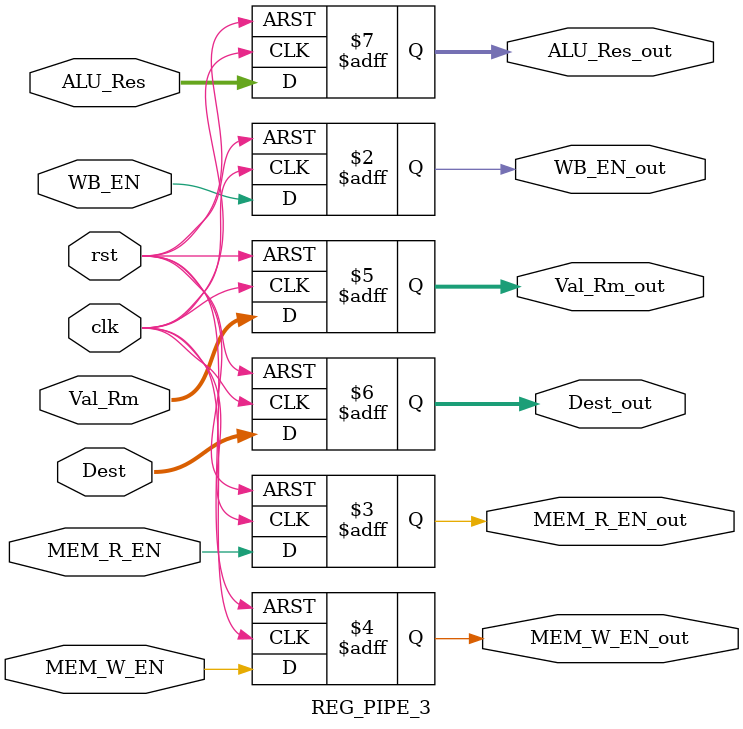
<source format=v>
`timescale 1ns / 1ps

module REG_PIPE_3(
    input  clk,
    input  rst,

    input        WB_EN,
    input        MEM_R_EN,
    input        MEM_W_EN,
    input [31:0] ALU_Res,
    input [31:0] Val_Rm,
    input [3:0]  Dest,

    output reg        WB_EN_out,
    output reg        MEM_R_EN_out,
    output reg        MEM_W_EN_out,
    output reg [31:0] Val_Rm_out,
    output reg [3:0]  Dest_out,
    output reg [31:0] ALU_Res_out
  
);
    
    always @(posedge clk or posedge rst) begin
        if (rst) begin
            Val_Rm_out <= 32'b0;
            Dest_out <= 4'b0;
            ALU_Res_out <= 32'b0;
            WB_EN_out <= 1'b0;
            MEM_R_EN_out <= 1'b0;
            MEM_W_EN_out <= 1'b0;
        end else begin
            Val_Rm_out <= Val_Rm;
            Dest_out <= Dest;
            ALU_Res_out <= ALU_Res;
            WB_EN_out <=  WB_EN;
            MEM_R_EN_out <= MEM_R_EN;
            MEM_W_EN_out <= MEM_W_EN;;
        end
    end
    
endmodule
</source>
